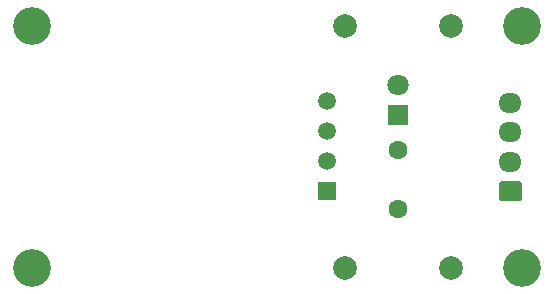
<source format=gbr>
G04 #@! TF.GenerationSoftware,KiCad,Pcbnew,5.1.10-88a1d61d58~90~ubuntu20.04.1*
G04 #@! TF.CreationDate,2022-01-16T21:05:33+00:00*
G04 #@! TF.ProjectId,hum_temp_sensor,68756d5f-7465-46d7-905f-73656e736f72,rev?*
G04 #@! TF.SameCoordinates,Original*
G04 #@! TF.FileFunction,Soldermask,Top*
G04 #@! TF.FilePolarity,Negative*
%FSLAX46Y46*%
G04 Gerber Fmt 4.6, Leading zero omitted, Abs format (unit mm)*
G04 Created by KiCad (PCBNEW 5.1.10-88a1d61d58~90~ubuntu20.04.1) date 2022-01-16 21:05:33*
%MOMM*%
%LPD*%
G01*
G04 APERTURE LIST*
%ADD10C,3.200000*%
%ADD11C,1.500000*%
%ADD12R,1.500000X1.500000*%
%ADD13C,2.000000*%
%ADD14O,1.950000X1.700000*%
%ADD15C,1.800000*%
%ADD16R,1.800000X1.800000*%
%ADD17C,1.600000*%
G04 APERTURE END LIST*
D10*
X89000000Y-119500000D03*
X89000000Y-99000000D03*
X130500000Y-119500000D03*
X130500000Y-99000000D03*
D11*
X114000000Y-105380000D03*
X114000000Y-107920000D03*
X114000000Y-110460000D03*
D12*
X114000000Y-113000000D03*
D13*
X115500000Y-99000000D03*
X124500000Y-99000000D03*
X124500000Y-119500000D03*
X115500000Y-119500000D03*
D14*
X129500000Y-105500000D03*
X129500000Y-108000000D03*
X129500000Y-110500000D03*
G36*
G01*
X130225000Y-113850000D02*
X128775000Y-113850000D01*
G75*
G02*
X128525000Y-113600000I0J250000D01*
G01*
X128525000Y-112400000D01*
G75*
G02*
X128775000Y-112150000I250000J0D01*
G01*
X130225000Y-112150000D01*
G75*
G02*
X130475000Y-112400000I0J-250000D01*
G01*
X130475000Y-113600000D01*
G75*
G02*
X130225000Y-113850000I-250000J0D01*
G01*
G37*
D15*
X120000000Y-103960000D03*
D16*
X120000000Y-106500000D03*
D17*
X120000000Y-114500000D03*
X120000000Y-109500000D03*
M02*

</source>
